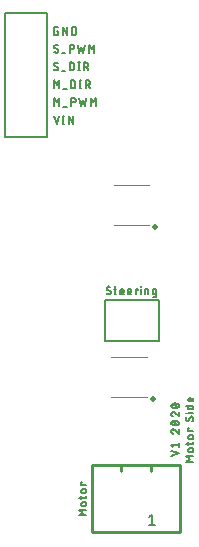
<source format=gbr>
G04 EAGLE Gerber RS-274X export*
G75*
%MOMM*%
%FSLAX34Y34*%
%LPD*%
%INSilkscreen Top*%
%IPPOS*%
%AMOC8*
5,1,8,0,0,1.08239X$1,22.5*%
G01*
%ADD10C,0.152400*%
%ADD11C,0.127000*%
%ADD12C,0.254000*%
%ADD13C,0.500000*%
%ADD14C,0.120000*%


D10*
X140970Y66389D02*
X147574Y68591D01*
X140970Y70792D01*
X142438Y74072D02*
X140970Y75906D01*
X147574Y75906D01*
X147574Y74072D02*
X147574Y77740D01*
X140970Y87306D02*
X140972Y87385D01*
X140977Y87463D01*
X140987Y87541D01*
X141000Y87618D01*
X141017Y87695D01*
X141037Y87771D01*
X141061Y87846D01*
X141088Y87920D01*
X141119Y87992D01*
X141154Y88063D01*
X141191Y88132D01*
X141232Y88199D01*
X141276Y88264D01*
X141323Y88327D01*
X141373Y88387D01*
X141426Y88445D01*
X141482Y88501D01*
X141540Y88554D01*
X141600Y88604D01*
X141663Y88651D01*
X141728Y88695D01*
X141796Y88736D01*
X141864Y88773D01*
X141935Y88808D01*
X142007Y88839D01*
X142081Y88866D01*
X142156Y88890D01*
X142232Y88910D01*
X142309Y88927D01*
X142386Y88940D01*
X142464Y88950D01*
X142542Y88955D01*
X142621Y88957D01*
X140970Y87306D02*
X140972Y87217D01*
X140977Y87128D01*
X140987Y87040D01*
X141000Y86952D01*
X141016Y86865D01*
X141037Y86778D01*
X141061Y86693D01*
X141088Y86608D01*
X141119Y86525D01*
X141154Y86443D01*
X141192Y86362D01*
X141233Y86283D01*
X141277Y86207D01*
X141325Y86131D01*
X141376Y86058D01*
X141429Y85988D01*
X141486Y85919D01*
X141546Y85853D01*
X141608Y85790D01*
X141673Y85729D01*
X141740Y85671D01*
X141810Y85616D01*
X141882Y85563D01*
X141956Y85514D01*
X142032Y85468D01*
X142110Y85426D01*
X142190Y85386D01*
X142271Y85350D01*
X142354Y85317D01*
X142438Y85288D01*
X143905Y88407D02*
X143849Y88463D01*
X143790Y88517D01*
X143729Y88568D01*
X143665Y88617D01*
X143600Y88662D01*
X143532Y88705D01*
X143463Y88744D01*
X143392Y88781D01*
X143319Y88814D01*
X143245Y88843D01*
X143170Y88870D01*
X143094Y88893D01*
X143016Y88912D01*
X142938Y88928D01*
X142860Y88941D01*
X142780Y88950D01*
X142701Y88955D01*
X142621Y88957D01*
X143905Y88407D02*
X147574Y85288D01*
X147574Y88957D01*
X144272Y92604D02*
X144127Y92606D01*
X143982Y92612D01*
X143837Y92621D01*
X143692Y92635D01*
X143548Y92652D01*
X143405Y92674D01*
X143261Y92699D01*
X143119Y92728D01*
X142978Y92760D01*
X142837Y92797D01*
X142698Y92837D01*
X142559Y92881D01*
X142422Y92928D01*
X142286Y92979D01*
X142152Y93034D01*
X142019Y93092D01*
X141887Y93154D01*
X141888Y93153D02*
X141819Y93179D01*
X141752Y93208D01*
X141686Y93241D01*
X141623Y93277D01*
X141561Y93317D01*
X141502Y93360D01*
X141445Y93406D01*
X141391Y93455D01*
X141339Y93507D01*
X141290Y93562D01*
X141245Y93619D01*
X141202Y93679D01*
X141163Y93741D01*
X141127Y93804D01*
X141094Y93870D01*
X141066Y93937D01*
X141040Y94006D01*
X141019Y94076D01*
X141001Y94147D01*
X140988Y94219D01*
X140978Y94292D01*
X140972Y94365D01*
X140970Y94438D01*
X140972Y94511D01*
X140978Y94584D01*
X140988Y94657D01*
X141001Y94729D01*
X141019Y94800D01*
X141040Y94870D01*
X141066Y94938D01*
X141094Y95006D01*
X141127Y95071D01*
X141163Y95135D01*
X141202Y95197D01*
X141244Y95256D01*
X141290Y95313D01*
X141339Y95368D01*
X141390Y95420D01*
X141445Y95469D01*
X141502Y95515D01*
X141561Y95558D01*
X141622Y95598D01*
X141686Y95634D01*
X141751Y95667D01*
X141818Y95696D01*
X141887Y95722D01*
X142019Y95784D01*
X142152Y95842D01*
X142286Y95897D01*
X142422Y95948D01*
X142559Y95995D01*
X142698Y96039D01*
X142837Y96079D01*
X142978Y96116D01*
X143119Y96148D01*
X143261Y96177D01*
X143404Y96202D01*
X143548Y96224D01*
X143692Y96241D01*
X143837Y96255D01*
X143982Y96264D01*
X144127Y96270D01*
X144272Y96272D01*
X144272Y92604D02*
X144417Y92606D01*
X144562Y92612D01*
X144707Y92621D01*
X144852Y92635D01*
X144996Y92652D01*
X145139Y92674D01*
X145283Y92699D01*
X145425Y92728D01*
X145566Y92760D01*
X145707Y92797D01*
X145846Y92837D01*
X145985Y92881D01*
X146122Y92928D01*
X146258Y92979D01*
X146392Y93034D01*
X146525Y93092D01*
X146657Y93154D01*
X146656Y93153D02*
X146725Y93179D01*
X146792Y93208D01*
X146858Y93241D01*
X146921Y93277D01*
X146983Y93317D01*
X147042Y93360D01*
X147099Y93406D01*
X147153Y93455D01*
X147205Y93507D01*
X147254Y93562D01*
X147299Y93619D01*
X147342Y93679D01*
X147381Y93741D01*
X147417Y93804D01*
X147450Y93870D01*
X147478Y93937D01*
X147504Y94006D01*
X147525Y94076D01*
X147543Y94147D01*
X147556Y94219D01*
X147566Y94292D01*
X147572Y94365D01*
X147574Y94438D01*
X146657Y95722D02*
X146525Y95784D01*
X146392Y95842D01*
X146258Y95897D01*
X146122Y95948D01*
X145985Y95995D01*
X145846Y96039D01*
X145707Y96079D01*
X145566Y96116D01*
X145425Y96148D01*
X145283Y96177D01*
X145140Y96202D01*
X144996Y96224D01*
X144852Y96241D01*
X144707Y96255D01*
X144562Y96264D01*
X144417Y96270D01*
X144272Y96272D01*
X146657Y95722D02*
X146726Y95696D01*
X146793Y95667D01*
X146858Y95634D01*
X146922Y95598D01*
X146983Y95558D01*
X147042Y95515D01*
X147099Y95469D01*
X147154Y95420D01*
X147205Y95368D01*
X147254Y95313D01*
X147300Y95256D01*
X147342Y95197D01*
X147381Y95135D01*
X147417Y95071D01*
X147450Y95006D01*
X147478Y94938D01*
X147504Y94870D01*
X147525Y94800D01*
X147543Y94728D01*
X147556Y94657D01*
X147566Y94584D01*
X147572Y94511D01*
X147574Y94438D01*
X146106Y92970D02*
X142438Y95905D01*
X140970Y101936D02*
X140972Y102015D01*
X140977Y102093D01*
X140987Y102171D01*
X141000Y102248D01*
X141017Y102325D01*
X141037Y102401D01*
X141061Y102476D01*
X141088Y102550D01*
X141119Y102622D01*
X141154Y102693D01*
X141191Y102762D01*
X141232Y102829D01*
X141276Y102894D01*
X141323Y102957D01*
X141373Y103017D01*
X141426Y103075D01*
X141482Y103131D01*
X141540Y103184D01*
X141600Y103234D01*
X141663Y103281D01*
X141728Y103325D01*
X141796Y103366D01*
X141864Y103403D01*
X141935Y103438D01*
X142007Y103469D01*
X142081Y103496D01*
X142156Y103520D01*
X142232Y103540D01*
X142309Y103557D01*
X142386Y103570D01*
X142464Y103580D01*
X142542Y103585D01*
X142621Y103587D01*
X140970Y101936D02*
X140972Y101847D01*
X140977Y101758D01*
X140987Y101670D01*
X141000Y101582D01*
X141016Y101495D01*
X141037Y101408D01*
X141061Y101323D01*
X141088Y101238D01*
X141119Y101155D01*
X141154Y101073D01*
X141192Y100992D01*
X141233Y100913D01*
X141277Y100837D01*
X141325Y100761D01*
X141376Y100688D01*
X141429Y100618D01*
X141486Y100549D01*
X141546Y100483D01*
X141608Y100420D01*
X141673Y100359D01*
X141740Y100301D01*
X141810Y100246D01*
X141882Y100193D01*
X141956Y100144D01*
X142032Y100098D01*
X142110Y100056D01*
X142190Y100016D01*
X142271Y99980D01*
X142354Y99947D01*
X142438Y99918D01*
X143905Y103037D02*
X143849Y103093D01*
X143790Y103147D01*
X143729Y103198D01*
X143665Y103247D01*
X143600Y103292D01*
X143532Y103335D01*
X143463Y103374D01*
X143392Y103411D01*
X143319Y103444D01*
X143245Y103473D01*
X143170Y103500D01*
X143094Y103523D01*
X143016Y103542D01*
X142938Y103558D01*
X142860Y103571D01*
X142780Y103580D01*
X142701Y103585D01*
X142621Y103587D01*
X143905Y103037D02*
X147574Y99918D01*
X147574Y103587D01*
X144272Y107234D02*
X144127Y107236D01*
X143982Y107242D01*
X143837Y107251D01*
X143692Y107265D01*
X143548Y107282D01*
X143405Y107304D01*
X143261Y107329D01*
X143119Y107358D01*
X142978Y107390D01*
X142837Y107427D01*
X142698Y107467D01*
X142559Y107511D01*
X142422Y107558D01*
X142286Y107609D01*
X142152Y107664D01*
X142019Y107722D01*
X141887Y107784D01*
X141888Y107783D02*
X141819Y107809D01*
X141752Y107838D01*
X141686Y107871D01*
X141623Y107907D01*
X141561Y107947D01*
X141502Y107990D01*
X141445Y108036D01*
X141391Y108085D01*
X141339Y108137D01*
X141290Y108192D01*
X141245Y108249D01*
X141202Y108309D01*
X141163Y108371D01*
X141127Y108434D01*
X141094Y108500D01*
X141066Y108567D01*
X141040Y108636D01*
X141019Y108706D01*
X141001Y108777D01*
X140988Y108849D01*
X140978Y108922D01*
X140972Y108995D01*
X140970Y109068D01*
X140972Y109141D01*
X140978Y109214D01*
X140988Y109287D01*
X141001Y109359D01*
X141019Y109430D01*
X141040Y109500D01*
X141066Y109568D01*
X141094Y109636D01*
X141127Y109701D01*
X141163Y109765D01*
X141202Y109827D01*
X141244Y109886D01*
X141290Y109943D01*
X141339Y109998D01*
X141390Y110050D01*
X141445Y110099D01*
X141502Y110145D01*
X141561Y110188D01*
X141622Y110228D01*
X141686Y110264D01*
X141751Y110297D01*
X141818Y110326D01*
X141887Y110352D01*
X141887Y110353D02*
X142019Y110415D01*
X142152Y110473D01*
X142286Y110528D01*
X142422Y110579D01*
X142559Y110626D01*
X142698Y110670D01*
X142837Y110710D01*
X142978Y110747D01*
X143119Y110779D01*
X143261Y110808D01*
X143404Y110833D01*
X143548Y110855D01*
X143692Y110872D01*
X143837Y110886D01*
X143982Y110895D01*
X144127Y110901D01*
X144272Y110903D01*
X144272Y107234D02*
X144417Y107236D01*
X144562Y107242D01*
X144707Y107251D01*
X144852Y107265D01*
X144996Y107282D01*
X145139Y107304D01*
X145283Y107329D01*
X145425Y107358D01*
X145566Y107390D01*
X145707Y107427D01*
X145846Y107467D01*
X145985Y107511D01*
X146122Y107558D01*
X146258Y107609D01*
X146392Y107664D01*
X146525Y107722D01*
X146657Y107784D01*
X146656Y107783D02*
X146725Y107809D01*
X146792Y107838D01*
X146858Y107871D01*
X146921Y107907D01*
X146983Y107947D01*
X147042Y107990D01*
X147099Y108036D01*
X147153Y108085D01*
X147205Y108137D01*
X147254Y108192D01*
X147299Y108249D01*
X147342Y108309D01*
X147381Y108371D01*
X147417Y108434D01*
X147450Y108500D01*
X147478Y108567D01*
X147504Y108636D01*
X147525Y108706D01*
X147543Y108777D01*
X147556Y108849D01*
X147566Y108922D01*
X147572Y108995D01*
X147574Y109068D01*
X146657Y110352D02*
X146525Y110414D01*
X146392Y110472D01*
X146258Y110527D01*
X146122Y110578D01*
X145985Y110625D01*
X145846Y110669D01*
X145707Y110709D01*
X145566Y110746D01*
X145425Y110778D01*
X145283Y110807D01*
X145140Y110832D01*
X144996Y110854D01*
X144852Y110871D01*
X144707Y110885D01*
X144562Y110894D01*
X144417Y110900D01*
X144272Y110902D01*
X146657Y110352D02*
X146726Y110326D01*
X146793Y110297D01*
X146858Y110264D01*
X146922Y110228D01*
X146983Y110188D01*
X147042Y110145D01*
X147099Y110099D01*
X147154Y110050D01*
X147205Y109998D01*
X147254Y109943D01*
X147300Y109886D01*
X147342Y109827D01*
X147381Y109765D01*
X147417Y109701D01*
X147450Y109636D01*
X147478Y109568D01*
X147504Y109500D01*
X147525Y109430D01*
X147543Y109358D01*
X147556Y109287D01*
X147566Y109214D01*
X147572Y109141D01*
X147574Y109068D01*
X146106Y107601D02*
X142438Y110536D01*
X153162Y61696D02*
X159766Y61696D01*
X156831Y63897D02*
X153162Y61696D01*
X156831Y63897D02*
X153162Y66099D01*
X159766Y66099D01*
X158298Y69989D02*
X156831Y69989D01*
X156831Y69988D02*
X156755Y69990D01*
X156680Y69996D01*
X156605Y70005D01*
X156531Y70019D01*
X156457Y70036D01*
X156385Y70058D01*
X156313Y70082D01*
X156243Y70111D01*
X156175Y70143D01*
X156108Y70178D01*
X156043Y70217D01*
X155980Y70260D01*
X155920Y70305D01*
X155862Y70353D01*
X155806Y70405D01*
X155754Y70459D01*
X155704Y70516D01*
X155657Y70575D01*
X155613Y70636D01*
X155572Y70700D01*
X155535Y70766D01*
X155501Y70834D01*
X155471Y70903D01*
X155444Y70974D01*
X155421Y71046D01*
X155402Y71119D01*
X155387Y71193D01*
X155375Y71268D01*
X155367Y71343D01*
X155363Y71418D01*
X155363Y71494D01*
X155367Y71569D01*
X155375Y71644D01*
X155387Y71719D01*
X155402Y71793D01*
X155421Y71866D01*
X155444Y71938D01*
X155471Y72009D01*
X155501Y72078D01*
X155535Y72146D01*
X155572Y72212D01*
X155613Y72276D01*
X155657Y72337D01*
X155704Y72396D01*
X155754Y72453D01*
X155806Y72507D01*
X155862Y72559D01*
X155920Y72607D01*
X155980Y72652D01*
X156043Y72695D01*
X156108Y72734D01*
X156175Y72769D01*
X156243Y72801D01*
X156313Y72830D01*
X156385Y72854D01*
X156457Y72876D01*
X156531Y72893D01*
X156605Y72907D01*
X156680Y72916D01*
X156755Y72922D01*
X156831Y72924D01*
X158298Y72924D01*
X158374Y72922D01*
X158449Y72916D01*
X158524Y72907D01*
X158598Y72893D01*
X158672Y72876D01*
X158744Y72854D01*
X158816Y72830D01*
X158886Y72801D01*
X158954Y72769D01*
X159021Y72734D01*
X159086Y72695D01*
X159149Y72652D01*
X159209Y72607D01*
X159267Y72559D01*
X159323Y72507D01*
X159375Y72453D01*
X159425Y72396D01*
X159472Y72337D01*
X159516Y72276D01*
X159557Y72212D01*
X159594Y72146D01*
X159628Y72078D01*
X159658Y72009D01*
X159685Y71938D01*
X159708Y71866D01*
X159727Y71793D01*
X159742Y71719D01*
X159754Y71644D01*
X159762Y71569D01*
X159766Y71494D01*
X159766Y71418D01*
X159762Y71343D01*
X159754Y71268D01*
X159742Y71193D01*
X159727Y71119D01*
X159708Y71046D01*
X159685Y70974D01*
X159658Y70903D01*
X159628Y70834D01*
X159594Y70766D01*
X159557Y70700D01*
X159516Y70636D01*
X159472Y70575D01*
X159425Y70516D01*
X159375Y70459D01*
X159323Y70405D01*
X159267Y70353D01*
X159209Y70305D01*
X159149Y70260D01*
X159086Y70217D01*
X159021Y70178D01*
X158954Y70143D01*
X158886Y70111D01*
X158816Y70082D01*
X158744Y70058D01*
X158672Y70036D01*
X158598Y70019D01*
X158524Y70005D01*
X158449Y69996D01*
X158374Y69990D01*
X158298Y69988D01*
X155363Y75621D02*
X155363Y77823D01*
X153162Y76355D02*
X158665Y76355D01*
X158729Y76357D01*
X158793Y76362D01*
X158856Y76372D01*
X158919Y76385D01*
X158981Y76401D01*
X159042Y76421D01*
X159101Y76445D01*
X159159Y76472D01*
X159216Y76503D01*
X159270Y76536D01*
X159322Y76573D01*
X159373Y76613D01*
X159421Y76655D01*
X159466Y76700D01*
X159508Y76748D01*
X159548Y76799D01*
X159585Y76851D01*
X159619Y76906D01*
X159649Y76962D01*
X159676Y77020D01*
X159700Y77079D01*
X159720Y77140D01*
X159736Y77202D01*
X159749Y77265D01*
X159759Y77328D01*
X159764Y77392D01*
X159766Y77456D01*
X159766Y77823D01*
X158298Y80962D02*
X156831Y80962D01*
X156831Y80961D02*
X156755Y80963D01*
X156680Y80969D01*
X156605Y80978D01*
X156531Y80992D01*
X156457Y81009D01*
X156385Y81031D01*
X156313Y81055D01*
X156243Y81084D01*
X156175Y81116D01*
X156108Y81151D01*
X156043Y81190D01*
X155980Y81233D01*
X155920Y81278D01*
X155862Y81326D01*
X155806Y81378D01*
X155754Y81432D01*
X155704Y81489D01*
X155657Y81548D01*
X155613Y81609D01*
X155572Y81673D01*
X155535Y81739D01*
X155501Y81807D01*
X155471Y81876D01*
X155444Y81947D01*
X155421Y82019D01*
X155402Y82092D01*
X155387Y82166D01*
X155375Y82241D01*
X155367Y82316D01*
X155363Y82391D01*
X155363Y82467D01*
X155367Y82542D01*
X155375Y82617D01*
X155387Y82692D01*
X155402Y82766D01*
X155421Y82839D01*
X155444Y82911D01*
X155471Y82982D01*
X155501Y83051D01*
X155535Y83119D01*
X155572Y83185D01*
X155613Y83249D01*
X155657Y83310D01*
X155704Y83369D01*
X155754Y83426D01*
X155806Y83480D01*
X155862Y83532D01*
X155920Y83580D01*
X155980Y83625D01*
X156043Y83668D01*
X156108Y83707D01*
X156175Y83742D01*
X156243Y83774D01*
X156313Y83803D01*
X156385Y83827D01*
X156457Y83849D01*
X156531Y83866D01*
X156605Y83880D01*
X156680Y83889D01*
X156755Y83895D01*
X156831Y83897D01*
X158298Y83897D01*
X158374Y83895D01*
X158449Y83889D01*
X158524Y83880D01*
X158598Y83866D01*
X158672Y83849D01*
X158744Y83827D01*
X158816Y83803D01*
X158886Y83774D01*
X158954Y83742D01*
X159021Y83707D01*
X159086Y83668D01*
X159149Y83625D01*
X159209Y83580D01*
X159267Y83532D01*
X159323Y83480D01*
X159375Y83426D01*
X159425Y83369D01*
X159472Y83310D01*
X159516Y83249D01*
X159557Y83185D01*
X159594Y83119D01*
X159628Y83051D01*
X159658Y82982D01*
X159685Y82911D01*
X159708Y82839D01*
X159727Y82766D01*
X159742Y82692D01*
X159754Y82617D01*
X159762Y82542D01*
X159766Y82467D01*
X159766Y82391D01*
X159762Y82316D01*
X159754Y82241D01*
X159742Y82166D01*
X159727Y82092D01*
X159708Y82019D01*
X159685Y81947D01*
X159658Y81876D01*
X159628Y81807D01*
X159594Y81739D01*
X159557Y81673D01*
X159516Y81609D01*
X159472Y81548D01*
X159425Y81489D01*
X159375Y81432D01*
X159323Y81378D01*
X159267Y81326D01*
X159209Y81278D01*
X159149Y81233D01*
X159086Y81190D01*
X159021Y81151D01*
X158954Y81116D01*
X158886Y81084D01*
X158816Y81055D01*
X158744Y81031D01*
X158672Y81009D01*
X158598Y80992D01*
X158524Y80978D01*
X158449Y80969D01*
X158374Y80963D01*
X158298Y80961D01*
X159766Y87616D02*
X155363Y87616D01*
X155363Y89818D01*
X156097Y89818D01*
X159766Y98402D02*
X159764Y98476D01*
X159758Y98550D01*
X159749Y98624D01*
X159736Y98697D01*
X159719Y98770D01*
X159699Y98841D01*
X159675Y98912D01*
X159647Y98981D01*
X159616Y99048D01*
X159582Y99114D01*
X159544Y99179D01*
X159503Y99241D01*
X159459Y99301D01*
X159412Y99358D01*
X159362Y99413D01*
X159309Y99466D01*
X159254Y99516D01*
X159197Y99563D01*
X159137Y99607D01*
X159075Y99648D01*
X159010Y99686D01*
X158945Y99720D01*
X158877Y99751D01*
X158808Y99779D01*
X158737Y99803D01*
X158666Y99823D01*
X158594Y99840D01*
X158520Y99853D01*
X158447Y99862D01*
X158372Y99868D01*
X158298Y99870D01*
X159766Y98402D02*
X159764Y98291D01*
X159758Y98180D01*
X159748Y98069D01*
X159734Y97958D01*
X159716Y97849D01*
X159694Y97740D01*
X159669Y97631D01*
X159639Y97524D01*
X159606Y97418D01*
X159568Y97313D01*
X159528Y97210D01*
X159483Y97108D01*
X159435Y97008D01*
X159383Y96909D01*
X159328Y96813D01*
X159269Y96718D01*
X159207Y96626D01*
X159141Y96536D01*
X159073Y96448D01*
X159001Y96363D01*
X158926Y96281D01*
X158849Y96201D01*
X154630Y96384D02*
X154556Y96386D01*
X154481Y96392D01*
X154408Y96401D01*
X154334Y96414D01*
X154262Y96431D01*
X154191Y96451D01*
X154120Y96475D01*
X154051Y96503D01*
X153984Y96534D01*
X153918Y96568D01*
X153853Y96606D01*
X153791Y96647D01*
X153731Y96691D01*
X153674Y96738D01*
X153619Y96788D01*
X153566Y96841D01*
X153516Y96896D01*
X153469Y96953D01*
X153425Y97013D01*
X153384Y97075D01*
X153346Y97140D01*
X153312Y97206D01*
X153281Y97273D01*
X153253Y97342D01*
X153229Y97413D01*
X153209Y97484D01*
X153192Y97556D01*
X153179Y97630D01*
X153170Y97703D01*
X153164Y97778D01*
X153162Y97852D01*
X153164Y97956D01*
X153170Y98060D01*
X153180Y98164D01*
X153193Y98267D01*
X153211Y98370D01*
X153233Y98472D01*
X153258Y98573D01*
X153287Y98673D01*
X153320Y98772D01*
X153357Y98869D01*
X153397Y98965D01*
X153441Y99060D01*
X153489Y99152D01*
X153539Y99243D01*
X153594Y99332D01*
X153652Y99419D01*
X153712Y99503D01*
X155915Y97117D02*
X155876Y97054D01*
X155834Y96994D01*
X155789Y96936D01*
X155741Y96879D01*
X155690Y96826D01*
X155637Y96775D01*
X155582Y96726D01*
X155524Y96681D01*
X155464Y96638D01*
X155402Y96598D01*
X155338Y96562D01*
X155272Y96528D01*
X155204Y96498D01*
X155136Y96471D01*
X155066Y96448D01*
X154995Y96428D01*
X154923Y96412D01*
X154850Y96399D01*
X154777Y96390D01*
X154704Y96385D01*
X154630Y96383D01*
X157013Y99136D02*
X157052Y99199D01*
X157094Y99259D01*
X157139Y99318D01*
X157187Y99374D01*
X157238Y99427D01*
X157291Y99478D01*
X157346Y99527D01*
X157404Y99572D01*
X157464Y99615D01*
X157526Y99655D01*
X157590Y99691D01*
X157656Y99725D01*
X157724Y99755D01*
X157792Y99782D01*
X157862Y99805D01*
X157933Y99825D01*
X158005Y99841D01*
X158078Y99854D01*
X158151Y99863D01*
X158224Y99868D01*
X158298Y99870D01*
X157014Y99136D02*
X155914Y97118D01*
X155363Y102912D02*
X159766Y102912D01*
X153529Y102728D02*
X153162Y102728D01*
X153162Y103095D01*
X153529Y103095D01*
X153529Y102728D01*
X153162Y108949D02*
X159766Y108949D01*
X159766Y107115D01*
X159764Y107051D01*
X159759Y106987D01*
X159749Y106924D01*
X159736Y106861D01*
X159720Y106799D01*
X159700Y106738D01*
X159676Y106679D01*
X159649Y106621D01*
X159618Y106565D01*
X159585Y106510D01*
X159548Y106458D01*
X159508Y106407D01*
X159466Y106359D01*
X159421Y106314D01*
X159373Y106272D01*
X159322Y106232D01*
X159270Y106195D01*
X159216Y106162D01*
X159159Y106131D01*
X159101Y106104D01*
X159042Y106080D01*
X158981Y106060D01*
X158919Y106044D01*
X158856Y106031D01*
X158793Y106021D01*
X158729Y106016D01*
X158665Y106014D01*
X156464Y106014D01*
X156400Y106016D01*
X156336Y106021D01*
X156273Y106031D01*
X156210Y106044D01*
X156148Y106060D01*
X156087Y106080D01*
X156028Y106104D01*
X155970Y106131D01*
X155914Y106162D01*
X155859Y106195D01*
X155807Y106232D01*
X155756Y106272D01*
X155708Y106314D01*
X155663Y106359D01*
X155621Y106407D01*
X155581Y106458D01*
X155544Y106510D01*
X155511Y106565D01*
X155480Y106621D01*
X155453Y106679D01*
X155429Y106738D01*
X155409Y106799D01*
X155393Y106861D01*
X155380Y106924D01*
X155370Y106987D01*
X155365Y107051D01*
X155363Y107115D01*
X155363Y108949D01*
X159766Y113761D02*
X159766Y115596D01*
X159766Y113761D02*
X159764Y113697D01*
X159759Y113633D01*
X159749Y113570D01*
X159736Y113507D01*
X159720Y113445D01*
X159700Y113384D01*
X159676Y113325D01*
X159649Y113267D01*
X159618Y113211D01*
X159585Y113156D01*
X159548Y113104D01*
X159508Y113053D01*
X159466Y113005D01*
X159421Y112960D01*
X159373Y112918D01*
X159322Y112878D01*
X159270Y112841D01*
X159216Y112808D01*
X159159Y112777D01*
X159101Y112750D01*
X159042Y112726D01*
X158981Y112706D01*
X158919Y112690D01*
X158856Y112677D01*
X158793Y112667D01*
X158729Y112662D01*
X158665Y112660D01*
X158665Y112661D02*
X156831Y112661D01*
X156831Y112660D02*
X156755Y112662D01*
X156680Y112668D01*
X156605Y112677D01*
X156531Y112691D01*
X156457Y112708D01*
X156385Y112730D01*
X156313Y112754D01*
X156243Y112783D01*
X156175Y112815D01*
X156108Y112850D01*
X156043Y112889D01*
X155980Y112932D01*
X155920Y112977D01*
X155862Y113025D01*
X155806Y113077D01*
X155754Y113131D01*
X155704Y113188D01*
X155657Y113247D01*
X155613Y113308D01*
X155572Y113372D01*
X155535Y113438D01*
X155501Y113506D01*
X155471Y113575D01*
X155444Y113646D01*
X155421Y113718D01*
X155402Y113791D01*
X155387Y113865D01*
X155375Y113940D01*
X155367Y114015D01*
X155363Y114090D01*
X155363Y114166D01*
X155367Y114241D01*
X155375Y114316D01*
X155387Y114391D01*
X155402Y114465D01*
X155421Y114538D01*
X155444Y114610D01*
X155471Y114681D01*
X155501Y114750D01*
X155535Y114818D01*
X155572Y114884D01*
X155613Y114948D01*
X155657Y115009D01*
X155704Y115068D01*
X155754Y115125D01*
X155806Y115179D01*
X155862Y115231D01*
X155920Y115279D01*
X155980Y115324D01*
X156043Y115367D01*
X156108Y115406D01*
X156175Y115441D01*
X156243Y115473D01*
X156313Y115502D01*
X156385Y115526D01*
X156457Y115548D01*
X156531Y115565D01*
X156605Y115579D01*
X156680Y115588D01*
X156755Y115594D01*
X156831Y115596D01*
X157565Y115596D01*
X157565Y112661D01*
X45071Y426579D02*
X43970Y426579D01*
X45071Y426579D02*
X45071Y422910D01*
X42870Y422910D01*
X42796Y422912D01*
X42721Y422918D01*
X42648Y422927D01*
X42574Y422940D01*
X42502Y422957D01*
X42431Y422977D01*
X42360Y423001D01*
X42291Y423029D01*
X42224Y423060D01*
X42158Y423094D01*
X42093Y423132D01*
X42031Y423173D01*
X41971Y423217D01*
X41914Y423264D01*
X41859Y423314D01*
X41806Y423367D01*
X41756Y423422D01*
X41709Y423479D01*
X41665Y423539D01*
X41624Y423601D01*
X41586Y423666D01*
X41552Y423732D01*
X41521Y423799D01*
X41493Y423868D01*
X41469Y423939D01*
X41449Y424010D01*
X41432Y424082D01*
X41419Y424156D01*
X41410Y424229D01*
X41404Y424304D01*
X41402Y424378D01*
X41402Y428046D01*
X41404Y428120D01*
X41410Y428195D01*
X41419Y428268D01*
X41432Y428342D01*
X41449Y428414D01*
X41469Y428485D01*
X41493Y428556D01*
X41521Y428625D01*
X41552Y428692D01*
X41586Y428758D01*
X41624Y428823D01*
X41665Y428885D01*
X41709Y428945D01*
X41756Y429002D01*
X41806Y429057D01*
X41859Y429110D01*
X41914Y429160D01*
X41971Y429207D01*
X42031Y429251D01*
X42093Y429292D01*
X42158Y429330D01*
X42223Y429364D01*
X42291Y429395D01*
X42360Y429423D01*
X42431Y429447D01*
X42502Y429467D01*
X42574Y429484D01*
X42648Y429497D01*
X42721Y429506D01*
X42796Y429512D01*
X42870Y429514D01*
X45071Y429514D01*
X49205Y429514D02*
X49205Y422910D01*
X52874Y422910D02*
X49205Y429514D01*
X52874Y429514D02*
X52874Y422910D01*
X57008Y422910D02*
X57008Y429514D01*
X58842Y429514D01*
X58927Y429512D01*
X59011Y429506D01*
X59095Y429496D01*
X59179Y429483D01*
X59262Y429465D01*
X59344Y429444D01*
X59425Y429419D01*
X59505Y429390D01*
X59583Y429358D01*
X59659Y429322D01*
X59734Y429282D01*
X59807Y429239D01*
X59878Y429193D01*
X59947Y429144D01*
X60014Y429091D01*
X60078Y429035D01*
X60139Y428977D01*
X60197Y428916D01*
X60253Y428852D01*
X60306Y428785D01*
X60355Y428716D01*
X60401Y428645D01*
X60444Y428572D01*
X60484Y428497D01*
X60520Y428421D01*
X60552Y428343D01*
X60581Y428263D01*
X60606Y428182D01*
X60627Y428100D01*
X60645Y428017D01*
X60658Y427933D01*
X60668Y427849D01*
X60674Y427765D01*
X60676Y427680D01*
X60677Y427680D02*
X60677Y424744D01*
X60676Y424744D02*
X60674Y424659D01*
X60668Y424575D01*
X60658Y424491D01*
X60645Y424407D01*
X60627Y424324D01*
X60606Y424242D01*
X60581Y424161D01*
X60552Y424081D01*
X60520Y424003D01*
X60484Y423927D01*
X60444Y423852D01*
X60401Y423779D01*
X60355Y423708D01*
X60306Y423639D01*
X60253Y423572D01*
X60197Y423508D01*
X60139Y423447D01*
X60078Y423389D01*
X60014Y423333D01*
X59947Y423280D01*
X59878Y423231D01*
X59807Y423185D01*
X59734Y423142D01*
X59659Y423102D01*
X59583Y423066D01*
X59505Y423034D01*
X59425Y423005D01*
X59344Y422980D01*
X59262Y422959D01*
X59179Y422941D01*
X59095Y422928D01*
X59011Y422918D01*
X58927Y422912D01*
X58842Y422910D01*
X57008Y422910D01*
X45325Y409392D02*
X45323Y409318D01*
X45317Y409243D01*
X45308Y409170D01*
X45295Y409096D01*
X45278Y409024D01*
X45258Y408953D01*
X45234Y408882D01*
X45206Y408813D01*
X45175Y408745D01*
X45141Y408680D01*
X45103Y408615D01*
X45062Y408553D01*
X45018Y408493D01*
X44971Y408436D01*
X44921Y408381D01*
X44868Y408328D01*
X44813Y408278D01*
X44756Y408231D01*
X44696Y408187D01*
X44634Y408146D01*
X44569Y408108D01*
X44503Y408074D01*
X44436Y408043D01*
X44367Y408015D01*
X44296Y407991D01*
X44225Y407971D01*
X44152Y407954D01*
X44079Y407941D01*
X44005Y407932D01*
X43931Y407926D01*
X43857Y407924D01*
X43746Y407926D01*
X43635Y407932D01*
X43524Y407942D01*
X43413Y407956D01*
X43304Y407974D01*
X43195Y407996D01*
X43086Y408021D01*
X42979Y408051D01*
X42873Y408084D01*
X42768Y408122D01*
X42665Y408162D01*
X42563Y408207D01*
X42463Y408255D01*
X42364Y408307D01*
X42268Y408362D01*
X42173Y408421D01*
X42081Y408483D01*
X41991Y408549D01*
X41903Y408617D01*
X41818Y408689D01*
X41736Y408764D01*
X41656Y408841D01*
X41839Y413060D02*
X41841Y413134D01*
X41847Y413209D01*
X41856Y413282D01*
X41869Y413356D01*
X41886Y413428D01*
X41906Y413499D01*
X41930Y413570D01*
X41958Y413639D01*
X41989Y413706D01*
X42023Y413772D01*
X42061Y413837D01*
X42102Y413899D01*
X42146Y413959D01*
X42193Y414016D01*
X42243Y414071D01*
X42296Y414124D01*
X42351Y414174D01*
X42408Y414221D01*
X42468Y414265D01*
X42530Y414306D01*
X42595Y414344D01*
X42661Y414378D01*
X42728Y414409D01*
X42797Y414437D01*
X42868Y414461D01*
X42939Y414481D01*
X43011Y414498D01*
X43085Y414511D01*
X43158Y414520D01*
X43233Y414526D01*
X43307Y414528D01*
X43411Y414526D01*
X43515Y414520D01*
X43619Y414510D01*
X43722Y414497D01*
X43825Y414479D01*
X43927Y414457D01*
X44028Y414432D01*
X44128Y414403D01*
X44227Y414370D01*
X44324Y414333D01*
X44420Y414293D01*
X44515Y414249D01*
X44607Y414201D01*
X44698Y414151D01*
X44787Y414096D01*
X44874Y414039D01*
X44958Y413978D01*
X42573Y411775D02*
X42510Y411814D01*
X42450Y411856D01*
X42392Y411901D01*
X42335Y411949D01*
X42282Y412000D01*
X42231Y412053D01*
X42182Y412108D01*
X42137Y412166D01*
X42094Y412226D01*
X42054Y412288D01*
X42018Y412352D01*
X41984Y412418D01*
X41954Y412486D01*
X41927Y412554D01*
X41904Y412624D01*
X41884Y412695D01*
X41868Y412767D01*
X41855Y412840D01*
X41846Y412913D01*
X41841Y412986D01*
X41839Y413060D01*
X44591Y410677D02*
X44654Y410638D01*
X44714Y410596D01*
X44773Y410551D01*
X44829Y410503D01*
X44882Y410452D01*
X44933Y410399D01*
X44982Y410344D01*
X45027Y410286D01*
X45070Y410226D01*
X45110Y410164D01*
X45146Y410100D01*
X45180Y410034D01*
X45210Y409966D01*
X45237Y409898D01*
X45260Y409828D01*
X45280Y409757D01*
X45296Y409685D01*
X45309Y409612D01*
X45318Y409539D01*
X45323Y409466D01*
X45325Y409392D01*
X44591Y410676D02*
X42573Y411776D01*
X48363Y407190D02*
X51298Y407190D01*
X55005Y407924D02*
X55005Y414528D01*
X56839Y414528D01*
X56924Y414526D01*
X57008Y414520D01*
X57092Y414510D01*
X57176Y414497D01*
X57259Y414479D01*
X57341Y414458D01*
X57422Y414433D01*
X57502Y414404D01*
X57580Y414372D01*
X57656Y414336D01*
X57731Y414296D01*
X57804Y414253D01*
X57875Y414207D01*
X57944Y414158D01*
X58011Y414105D01*
X58075Y414049D01*
X58136Y413991D01*
X58194Y413930D01*
X58250Y413866D01*
X58303Y413799D01*
X58352Y413730D01*
X58398Y413659D01*
X58441Y413586D01*
X58481Y413511D01*
X58517Y413435D01*
X58549Y413357D01*
X58578Y413277D01*
X58603Y413196D01*
X58624Y413114D01*
X58642Y413031D01*
X58655Y412947D01*
X58665Y412863D01*
X58671Y412779D01*
X58673Y412694D01*
X58671Y412609D01*
X58665Y412525D01*
X58655Y412441D01*
X58642Y412357D01*
X58624Y412274D01*
X58603Y412192D01*
X58578Y412111D01*
X58549Y412031D01*
X58517Y411953D01*
X58481Y411877D01*
X58441Y411802D01*
X58398Y411729D01*
X58352Y411658D01*
X58303Y411589D01*
X58250Y411522D01*
X58194Y411458D01*
X58136Y411397D01*
X58075Y411339D01*
X58011Y411283D01*
X57944Y411230D01*
X57875Y411181D01*
X57804Y411135D01*
X57731Y411092D01*
X57656Y411052D01*
X57580Y411016D01*
X57502Y410984D01*
X57422Y410955D01*
X57341Y410930D01*
X57259Y410909D01*
X57176Y410891D01*
X57092Y410878D01*
X57008Y410868D01*
X56924Y410862D01*
X56839Y410860D01*
X56839Y410859D02*
X55005Y410859D01*
X61769Y414528D02*
X63237Y407924D01*
X64704Y412327D01*
X66172Y407924D01*
X67640Y414528D01*
X71525Y414528D02*
X71525Y407924D01*
X73727Y410859D02*
X71525Y414528D01*
X73727Y410859D02*
X75928Y414528D01*
X75928Y407924D01*
X45325Y394406D02*
X45323Y394332D01*
X45317Y394257D01*
X45308Y394184D01*
X45295Y394110D01*
X45278Y394038D01*
X45258Y393967D01*
X45234Y393896D01*
X45206Y393827D01*
X45175Y393759D01*
X45141Y393694D01*
X45103Y393629D01*
X45062Y393567D01*
X45018Y393507D01*
X44971Y393450D01*
X44921Y393395D01*
X44868Y393342D01*
X44813Y393292D01*
X44756Y393245D01*
X44696Y393201D01*
X44634Y393160D01*
X44569Y393122D01*
X44503Y393088D01*
X44436Y393057D01*
X44367Y393029D01*
X44296Y393005D01*
X44225Y392985D01*
X44152Y392968D01*
X44079Y392955D01*
X44005Y392946D01*
X43931Y392940D01*
X43857Y392938D01*
X43746Y392940D01*
X43635Y392946D01*
X43524Y392956D01*
X43413Y392970D01*
X43304Y392988D01*
X43195Y393010D01*
X43086Y393035D01*
X42979Y393065D01*
X42873Y393098D01*
X42768Y393136D01*
X42665Y393176D01*
X42563Y393221D01*
X42463Y393269D01*
X42364Y393321D01*
X42268Y393376D01*
X42173Y393435D01*
X42081Y393497D01*
X41991Y393563D01*
X41903Y393631D01*
X41818Y393703D01*
X41736Y393778D01*
X41656Y393855D01*
X41839Y398074D02*
X41841Y398148D01*
X41847Y398223D01*
X41856Y398296D01*
X41869Y398370D01*
X41886Y398442D01*
X41906Y398513D01*
X41930Y398584D01*
X41958Y398653D01*
X41989Y398720D01*
X42023Y398786D01*
X42061Y398851D01*
X42102Y398913D01*
X42146Y398973D01*
X42193Y399030D01*
X42243Y399085D01*
X42296Y399138D01*
X42351Y399188D01*
X42408Y399235D01*
X42468Y399279D01*
X42530Y399320D01*
X42595Y399358D01*
X42661Y399392D01*
X42728Y399423D01*
X42797Y399451D01*
X42868Y399475D01*
X42939Y399495D01*
X43011Y399512D01*
X43085Y399525D01*
X43158Y399534D01*
X43233Y399540D01*
X43307Y399542D01*
X43411Y399540D01*
X43515Y399534D01*
X43619Y399524D01*
X43722Y399511D01*
X43825Y399493D01*
X43927Y399471D01*
X44028Y399446D01*
X44128Y399417D01*
X44227Y399384D01*
X44324Y399347D01*
X44420Y399307D01*
X44515Y399263D01*
X44607Y399215D01*
X44698Y399165D01*
X44787Y399110D01*
X44874Y399053D01*
X44958Y398992D01*
X42573Y396789D02*
X42510Y396828D01*
X42450Y396870D01*
X42392Y396915D01*
X42335Y396963D01*
X42282Y397014D01*
X42231Y397067D01*
X42182Y397122D01*
X42137Y397180D01*
X42094Y397240D01*
X42054Y397302D01*
X42018Y397366D01*
X41984Y397432D01*
X41954Y397500D01*
X41927Y397568D01*
X41904Y397638D01*
X41884Y397709D01*
X41868Y397781D01*
X41855Y397854D01*
X41846Y397927D01*
X41841Y398000D01*
X41839Y398074D01*
X44591Y395691D02*
X44654Y395652D01*
X44714Y395610D01*
X44773Y395565D01*
X44829Y395517D01*
X44882Y395466D01*
X44933Y395413D01*
X44982Y395358D01*
X45027Y395300D01*
X45070Y395240D01*
X45110Y395178D01*
X45146Y395114D01*
X45180Y395048D01*
X45210Y394980D01*
X45237Y394912D01*
X45260Y394842D01*
X45280Y394771D01*
X45296Y394699D01*
X45309Y394626D01*
X45318Y394553D01*
X45323Y394480D01*
X45325Y394406D01*
X44591Y395690D02*
X42573Y396790D01*
X48363Y392204D02*
X51298Y392204D01*
X54823Y392938D02*
X54823Y399542D01*
X56658Y399542D01*
X56743Y399540D01*
X56827Y399534D01*
X56911Y399524D01*
X56995Y399511D01*
X57078Y399493D01*
X57160Y399472D01*
X57241Y399447D01*
X57321Y399418D01*
X57399Y399386D01*
X57475Y399350D01*
X57550Y399310D01*
X57623Y399267D01*
X57694Y399221D01*
X57763Y399172D01*
X57830Y399119D01*
X57894Y399063D01*
X57955Y399005D01*
X58013Y398944D01*
X58069Y398880D01*
X58122Y398813D01*
X58171Y398744D01*
X58217Y398673D01*
X58260Y398600D01*
X58300Y398525D01*
X58336Y398449D01*
X58368Y398371D01*
X58397Y398291D01*
X58422Y398210D01*
X58443Y398128D01*
X58461Y398045D01*
X58474Y397961D01*
X58484Y397877D01*
X58490Y397793D01*
X58492Y397708D01*
X58492Y394772D01*
X58490Y394687D01*
X58484Y394603D01*
X58474Y394519D01*
X58461Y394435D01*
X58443Y394352D01*
X58422Y394270D01*
X58397Y394189D01*
X58368Y394109D01*
X58336Y394031D01*
X58300Y393955D01*
X58260Y393880D01*
X58217Y393807D01*
X58171Y393736D01*
X58122Y393667D01*
X58069Y393600D01*
X58013Y393536D01*
X57955Y393475D01*
X57894Y393417D01*
X57830Y393361D01*
X57763Y393308D01*
X57694Y393259D01*
X57623Y393213D01*
X57550Y393170D01*
X57475Y393130D01*
X57399Y393094D01*
X57321Y393062D01*
X57241Y393033D01*
X57160Y393008D01*
X57078Y392987D01*
X56995Y392969D01*
X56911Y392956D01*
X56827Y392946D01*
X56743Y392940D01*
X56658Y392938D01*
X54823Y392938D01*
X62754Y392938D02*
X62754Y399542D01*
X62020Y392938D02*
X63488Y392938D01*
X63488Y399542D02*
X62020Y399542D01*
X67094Y399542D02*
X67094Y392938D01*
X67094Y399542D02*
X68929Y399542D01*
X69014Y399540D01*
X69098Y399534D01*
X69182Y399524D01*
X69266Y399511D01*
X69349Y399493D01*
X69431Y399472D01*
X69512Y399447D01*
X69592Y399418D01*
X69670Y399386D01*
X69746Y399350D01*
X69821Y399310D01*
X69894Y399267D01*
X69965Y399221D01*
X70034Y399172D01*
X70101Y399119D01*
X70165Y399063D01*
X70226Y399005D01*
X70284Y398944D01*
X70340Y398880D01*
X70393Y398813D01*
X70442Y398744D01*
X70488Y398673D01*
X70531Y398600D01*
X70571Y398525D01*
X70607Y398449D01*
X70639Y398371D01*
X70668Y398291D01*
X70693Y398210D01*
X70714Y398128D01*
X70732Y398045D01*
X70745Y397961D01*
X70755Y397877D01*
X70761Y397793D01*
X70763Y397708D01*
X70761Y397623D01*
X70755Y397539D01*
X70745Y397455D01*
X70732Y397371D01*
X70714Y397288D01*
X70693Y397206D01*
X70668Y397125D01*
X70639Y397045D01*
X70607Y396967D01*
X70571Y396891D01*
X70531Y396816D01*
X70488Y396743D01*
X70442Y396672D01*
X70393Y396603D01*
X70340Y396536D01*
X70284Y396472D01*
X70226Y396411D01*
X70165Y396353D01*
X70101Y396297D01*
X70034Y396244D01*
X69965Y396195D01*
X69894Y396149D01*
X69821Y396106D01*
X69746Y396066D01*
X69670Y396030D01*
X69592Y395998D01*
X69512Y395969D01*
X69431Y395944D01*
X69349Y395923D01*
X69266Y395905D01*
X69182Y395892D01*
X69098Y395882D01*
X69014Y395876D01*
X68929Y395874D01*
X68929Y395873D02*
X67094Y395873D01*
X69295Y395873D02*
X70763Y392938D01*
X41656Y384556D02*
X41656Y377952D01*
X43857Y380887D02*
X41656Y384556D01*
X43857Y380887D02*
X46059Y384556D01*
X46059Y377952D01*
X49705Y377218D02*
X52640Y377218D01*
X56166Y377952D02*
X56166Y384556D01*
X58000Y384556D01*
X58085Y384554D01*
X58169Y384548D01*
X58253Y384538D01*
X58337Y384525D01*
X58420Y384507D01*
X58502Y384486D01*
X58583Y384461D01*
X58663Y384432D01*
X58741Y384400D01*
X58817Y384364D01*
X58892Y384324D01*
X58965Y384281D01*
X59036Y384235D01*
X59105Y384186D01*
X59172Y384133D01*
X59236Y384077D01*
X59297Y384019D01*
X59355Y383958D01*
X59411Y383894D01*
X59464Y383827D01*
X59513Y383758D01*
X59559Y383687D01*
X59602Y383614D01*
X59642Y383539D01*
X59678Y383463D01*
X59710Y383385D01*
X59739Y383305D01*
X59764Y383224D01*
X59785Y383142D01*
X59803Y383059D01*
X59816Y382975D01*
X59826Y382891D01*
X59832Y382807D01*
X59834Y382722D01*
X59834Y379786D01*
X59832Y379701D01*
X59826Y379617D01*
X59816Y379533D01*
X59803Y379449D01*
X59785Y379366D01*
X59764Y379284D01*
X59739Y379203D01*
X59710Y379123D01*
X59678Y379045D01*
X59642Y378969D01*
X59602Y378894D01*
X59559Y378821D01*
X59513Y378750D01*
X59464Y378681D01*
X59411Y378614D01*
X59355Y378550D01*
X59297Y378489D01*
X59236Y378431D01*
X59172Y378375D01*
X59105Y378322D01*
X59036Y378273D01*
X58965Y378227D01*
X58892Y378184D01*
X58817Y378144D01*
X58741Y378108D01*
X58663Y378076D01*
X58583Y378047D01*
X58502Y378022D01*
X58420Y378001D01*
X58337Y377983D01*
X58253Y377970D01*
X58169Y377960D01*
X58085Y377954D01*
X58000Y377952D01*
X56166Y377952D01*
X64096Y377952D02*
X64096Y384556D01*
X63362Y377952D02*
X64830Y377952D01*
X64830Y384556D02*
X63362Y384556D01*
X68436Y384556D02*
X68436Y377952D01*
X68436Y384556D02*
X70271Y384556D01*
X70356Y384554D01*
X70440Y384548D01*
X70524Y384538D01*
X70608Y384525D01*
X70691Y384507D01*
X70773Y384486D01*
X70854Y384461D01*
X70934Y384432D01*
X71012Y384400D01*
X71088Y384364D01*
X71163Y384324D01*
X71236Y384281D01*
X71307Y384235D01*
X71376Y384186D01*
X71443Y384133D01*
X71507Y384077D01*
X71568Y384019D01*
X71626Y383958D01*
X71682Y383894D01*
X71735Y383827D01*
X71784Y383758D01*
X71830Y383687D01*
X71873Y383614D01*
X71913Y383539D01*
X71949Y383463D01*
X71981Y383385D01*
X72010Y383305D01*
X72035Y383224D01*
X72056Y383142D01*
X72074Y383059D01*
X72087Y382975D01*
X72097Y382891D01*
X72103Y382807D01*
X72105Y382722D01*
X72103Y382637D01*
X72097Y382553D01*
X72087Y382469D01*
X72074Y382385D01*
X72056Y382302D01*
X72035Y382220D01*
X72010Y382139D01*
X71981Y382059D01*
X71949Y381981D01*
X71913Y381905D01*
X71873Y381830D01*
X71830Y381757D01*
X71784Y381686D01*
X71735Y381617D01*
X71682Y381550D01*
X71626Y381486D01*
X71568Y381425D01*
X71507Y381367D01*
X71443Y381311D01*
X71376Y381258D01*
X71307Y381209D01*
X71236Y381163D01*
X71163Y381120D01*
X71088Y381080D01*
X71012Y381044D01*
X70934Y381012D01*
X70854Y380983D01*
X70773Y380958D01*
X70691Y380937D01*
X70608Y380919D01*
X70524Y380906D01*
X70440Y380896D01*
X70356Y380890D01*
X70271Y380888D01*
X70271Y380887D02*
X68436Y380887D01*
X70638Y380887D02*
X72105Y377952D01*
X41656Y369570D02*
X41656Y362966D01*
X43857Y365901D02*
X41656Y369570D01*
X43857Y365901D02*
X46059Y369570D01*
X46059Y362966D01*
X49705Y362232D02*
X52640Y362232D01*
X56347Y362966D02*
X56347Y369570D01*
X58181Y369570D01*
X58266Y369568D01*
X58350Y369562D01*
X58434Y369552D01*
X58518Y369539D01*
X58601Y369521D01*
X58683Y369500D01*
X58764Y369475D01*
X58844Y369446D01*
X58922Y369414D01*
X58998Y369378D01*
X59073Y369338D01*
X59146Y369295D01*
X59217Y369249D01*
X59286Y369200D01*
X59353Y369147D01*
X59417Y369091D01*
X59478Y369033D01*
X59536Y368972D01*
X59592Y368908D01*
X59645Y368841D01*
X59694Y368772D01*
X59740Y368701D01*
X59783Y368628D01*
X59823Y368553D01*
X59859Y368477D01*
X59891Y368399D01*
X59920Y368319D01*
X59945Y368238D01*
X59966Y368156D01*
X59984Y368073D01*
X59997Y367989D01*
X60007Y367905D01*
X60013Y367821D01*
X60015Y367736D01*
X60013Y367651D01*
X60007Y367567D01*
X59997Y367483D01*
X59984Y367399D01*
X59966Y367316D01*
X59945Y367234D01*
X59920Y367153D01*
X59891Y367073D01*
X59859Y366995D01*
X59823Y366919D01*
X59783Y366844D01*
X59740Y366771D01*
X59694Y366700D01*
X59645Y366631D01*
X59592Y366564D01*
X59536Y366500D01*
X59478Y366439D01*
X59417Y366381D01*
X59353Y366325D01*
X59286Y366272D01*
X59217Y366223D01*
X59146Y366177D01*
X59073Y366134D01*
X58998Y366094D01*
X58922Y366058D01*
X58844Y366026D01*
X58764Y365997D01*
X58683Y365972D01*
X58601Y365951D01*
X58518Y365933D01*
X58434Y365920D01*
X58350Y365910D01*
X58266Y365904D01*
X58181Y365902D01*
X58181Y365901D02*
X56347Y365901D01*
X63112Y369570D02*
X64579Y362966D01*
X66047Y367369D01*
X67514Y362966D01*
X68982Y369570D01*
X72867Y369570D02*
X72867Y362966D01*
X75069Y365901D02*
X72867Y369570D01*
X75069Y365901D02*
X77270Y369570D01*
X77270Y362966D01*
X41656Y354330D02*
X43857Y347726D01*
X46059Y354330D01*
X49709Y354330D02*
X49709Y347726D01*
X48976Y347726D02*
X50443Y347726D01*
X50443Y354330D02*
X48976Y354330D01*
X53971Y354330D02*
X53971Y347726D01*
X57640Y347726D02*
X53971Y354330D01*
X57640Y354330D02*
X57640Y347726D01*
X89811Y204798D02*
X89809Y204724D01*
X89803Y204649D01*
X89794Y204576D01*
X89781Y204502D01*
X89764Y204430D01*
X89744Y204359D01*
X89720Y204288D01*
X89692Y204219D01*
X89661Y204151D01*
X89627Y204086D01*
X89589Y204021D01*
X89548Y203959D01*
X89504Y203899D01*
X89457Y203842D01*
X89407Y203787D01*
X89354Y203734D01*
X89299Y203684D01*
X89242Y203637D01*
X89182Y203593D01*
X89120Y203552D01*
X89055Y203514D01*
X88989Y203480D01*
X88922Y203449D01*
X88853Y203421D01*
X88782Y203397D01*
X88711Y203377D01*
X88638Y203360D01*
X88565Y203347D01*
X88491Y203338D01*
X88417Y203332D01*
X88343Y203330D01*
X88232Y203332D01*
X88121Y203338D01*
X88010Y203348D01*
X87899Y203362D01*
X87790Y203380D01*
X87681Y203402D01*
X87572Y203427D01*
X87465Y203457D01*
X87359Y203490D01*
X87254Y203528D01*
X87151Y203568D01*
X87049Y203613D01*
X86949Y203661D01*
X86850Y203713D01*
X86754Y203768D01*
X86659Y203827D01*
X86567Y203889D01*
X86477Y203955D01*
X86389Y204023D01*
X86304Y204095D01*
X86222Y204170D01*
X86142Y204247D01*
X86324Y208466D02*
X86326Y208540D01*
X86332Y208615D01*
X86341Y208688D01*
X86354Y208762D01*
X86371Y208834D01*
X86391Y208905D01*
X86415Y208976D01*
X86443Y209045D01*
X86474Y209112D01*
X86508Y209178D01*
X86546Y209243D01*
X86587Y209305D01*
X86631Y209365D01*
X86678Y209422D01*
X86728Y209477D01*
X86781Y209530D01*
X86836Y209580D01*
X86893Y209627D01*
X86953Y209671D01*
X87015Y209712D01*
X87080Y209750D01*
X87146Y209784D01*
X87213Y209815D01*
X87282Y209843D01*
X87353Y209867D01*
X87424Y209887D01*
X87496Y209904D01*
X87570Y209917D01*
X87643Y209926D01*
X87718Y209932D01*
X87792Y209934D01*
X87896Y209932D01*
X88000Y209926D01*
X88104Y209916D01*
X88207Y209903D01*
X88310Y209885D01*
X88412Y209863D01*
X88513Y209838D01*
X88613Y209809D01*
X88712Y209776D01*
X88809Y209739D01*
X88905Y209699D01*
X89000Y209655D01*
X89092Y209607D01*
X89183Y209557D01*
X89272Y209502D01*
X89359Y209445D01*
X89443Y209384D01*
X87058Y207181D02*
X86995Y207220D01*
X86935Y207262D01*
X86877Y207307D01*
X86820Y207355D01*
X86767Y207406D01*
X86716Y207459D01*
X86667Y207514D01*
X86622Y207572D01*
X86579Y207632D01*
X86539Y207694D01*
X86503Y207758D01*
X86469Y207824D01*
X86439Y207892D01*
X86412Y207960D01*
X86389Y208030D01*
X86369Y208101D01*
X86353Y208173D01*
X86340Y208246D01*
X86331Y208319D01*
X86326Y208392D01*
X86324Y208466D01*
X89077Y206083D02*
X89140Y206044D01*
X89200Y206002D01*
X89259Y205957D01*
X89315Y205909D01*
X89368Y205858D01*
X89419Y205805D01*
X89468Y205750D01*
X89513Y205692D01*
X89556Y205632D01*
X89596Y205570D01*
X89632Y205506D01*
X89666Y205440D01*
X89696Y205372D01*
X89723Y205304D01*
X89746Y205234D01*
X89766Y205163D01*
X89782Y205091D01*
X89795Y205018D01*
X89804Y204945D01*
X89809Y204872D01*
X89811Y204798D01*
X89076Y206082D02*
X87059Y207182D01*
X92385Y207733D02*
X94586Y207733D01*
X93118Y209934D02*
X93118Y204431D01*
X93120Y204367D01*
X93125Y204303D01*
X93135Y204240D01*
X93148Y204177D01*
X93164Y204115D01*
X93184Y204054D01*
X93208Y203995D01*
X93235Y203937D01*
X93266Y203881D01*
X93299Y203826D01*
X93336Y203774D01*
X93376Y203723D01*
X93418Y203675D01*
X93463Y203630D01*
X93511Y203588D01*
X93562Y203548D01*
X93614Y203511D01*
X93669Y203478D01*
X93725Y203447D01*
X93783Y203420D01*
X93842Y203396D01*
X93903Y203376D01*
X93965Y203360D01*
X94028Y203347D01*
X94091Y203337D01*
X94155Y203332D01*
X94219Y203330D01*
X94586Y203330D01*
X98825Y203330D02*
X100660Y203330D01*
X98825Y203330D02*
X98761Y203332D01*
X98697Y203337D01*
X98634Y203347D01*
X98571Y203360D01*
X98509Y203376D01*
X98448Y203396D01*
X98389Y203420D01*
X98331Y203447D01*
X98275Y203478D01*
X98220Y203511D01*
X98168Y203548D01*
X98117Y203588D01*
X98069Y203630D01*
X98024Y203675D01*
X97982Y203723D01*
X97942Y203774D01*
X97905Y203826D01*
X97872Y203881D01*
X97841Y203937D01*
X97814Y203995D01*
X97790Y204054D01*
X97770Y204115D01*
X97754Y204177D01*
X97741Y204240D01*
X97731Y204303D01*
X97726Y204367D01*
X97724Y204431D01*
X97725Y204431D02*
X97725Y206265D01*
X97724Y206265D02*
X97726Y206341D01*
X97732Y206416D01*
X97741Y206491D01*
X97755Y206565D01*
X97772Y206639D01*
X97794Y206711D01*
X97818Y206783D01*
X97847Y206853D01*
X97879Y206921D01*
X97914Y206988D01*
X97953Y207053D01*
X97996Y207116D01*
X98041Y207176D01*
X98089Y207234D01*
X98141Y207290D01*
X98195Y207342D01*
X98252Y207392D01*
X98311Y207439D01*
X98372Y207483D01*
X98436Y207524D01*
X98502Y207561D01*
X98570Y207595D01*
X98639Y207625D01*
X98710Y207652D01*
X98782Y207675D01*
X98855Y207694D01*
X98929Y207709D01*
X99004Y207721D01*
X99079Y207729D01*
X99154Y207733D01*
X99230Y207733D01*
X99305Y207729D01*
X99380Y207721D01*
X99455Y207709D01*
X99529Y207694D01*
X99602Y207675D01*
X99674Y207652D01*
X99745Y207625D01*
X99814Y207595D01*
X99882Y207561D01*
X99948Y207524D01*
X100012Y207483D01*
X100073Y207439D01*
X100132Y207392D01*
X100189Y207342D01*
X100243Y207290D01*
X100295Y207234D01*
X100343Y207176D01*
X100388Y207116D01*
X100431Y207053D01*
X100470Y206988D01*
X100505Y206921D01*
X100537Y206853D01*
X100566Y206783D01*
X100590Y206711D01*
X100612Y206639D01*
X100629Y206565D01*
X100643Y206491D01*
X100652Y206416D01*
X100658Y206341D01*
X100660Y206265D01*
X100660Y205531D01*
X97725Y205531D01*
X105165Y203330D02*
X107000Y203330D01*
X105165Y203330D02*
X105101Y203332D01*
X105037Y203337D01*
X104974Y203347D01*
X104911Y203360D01*
X104849Y203376D01*
X104788Y203396D01*
X104729Y203420D01*
X104671Y203447D01*
X104615Y203478D01*
X104560Y203511D01*
X104508Y203548D01*
X104457Y203588D01*
X104409Y203630D01*
X104364Y203675D01*
X104322Y203723D01*
X104282Y203774D01*
X104245Y203826D01*
X104212Y203881D01*
X104181Y203937D01*
X104154Y203995D01*
X104130Y204054D01*
X104110Y204115D01*
X104094Y204177D01*
X104081Y204240D01*
X104071Y204303D01*
X104066Y204367D01*
X104064Y204431D01*
X104065Y204431D02*
X104065Y206265D01*
X104064Y206265D02*
X104066Y206341D01*
X104072Y206416D01*
X104081Y206491D01*
X104095Y206565D01*
X104112Y206639D01*
X104134Y206711D01*
X104158Y206783D01*
X104187Y206853D01*
X104219Y206921D01*
X104254Y206988D01*
X104293Y207053D01*
X104336Y207116D01*
X104381Y207176D01*
X104429Y207234D01*
X104481Y207290D01*
X104535Y207342D01*
X104592Y207392D01*
X104651Y207439D01*
X104712Y207483D01*
X104776Y207524D01*
X104842Y207561D01*
X104910Y207595D01*
X104979Y207625D01*
X105050Y207652D01*
X105122Y207675D01*
X105195Y207694D01*
X105269Y207709D01*
X105344Y207721D01*
X105419Y207729D01*
X105494Y207733D01*
X105570Y207733D01*
X105645Y207729D01*
X105720Y207721D01*
X105795Y207709D01*
X105869Y207694D01*
X105942Y207675D01*
X106014Y207652D01*
X106085Y207625D01*
X106154Y207595D01*
X106222Y207561D01*
X106288Y207524D01*
X106352Y207483D01*
X106413Y207439D01*
X106472Y207392D01*
X106529Y207342D01*
X106583Y207290D01*
X106635Y207234D01*
X106683Y207176D01*
X106728Y207116D01*
X106771Y207053D01*
X106810Y206988D01*
X106845Y206921D01*
X106877Y206853D01*
X106906Y206783D01*
X106930Y206711D01*
X106952Y206639D01*
X106969Y206565D01*
X106983Y206491D01*
X106992Y206416D01*
X106998Y206341D01*
X107000Y206265D01*
X107000Y205531D01*
X104065Y205531D01*
X110719Y203330D02*
X110719Y207733D01*
X112921Y207733D01*
X112921Y206999D01*
X115286Y207733D02*
X115286Y203330D01*
X115102Y209567D02*
X115102Y209934D01*
X115469Y209934D01*
X115469Y209567D01*
X115102Y209567D01*
X118695Y207733D02*
X118695Y203330D01*
X118695Y207733D02*
X120529Y207733D01*
X120593Y207731D01*
X120657Y207726D01*
X120720Y207716D01*
X120783Y207703D01*
X120845Y207687D01*
X120906Y207667D01*
X120965Y207643D01*
X121023Y207616D01*
X121080Y207585D01*
X121134Y207552D01*
X121186Y207515D01*
X121237Y207475D01*
X121285Y207433D01*
X121330Y207388D01*
X121372Y207340D01*
X121412Y207289D01*
X121449Y207237D01*
X121482Y207183D01*
X121513Y207126D01*
X121540Y207068D01*
X121564Y207009D01*
X121584Y206948D01*
X121600Y206886D01*
X121613Y206823D01*
X121623Y206760D01*
X121628Y206696D01*
X121630Y206632D01*
X121630Y203330D01*
X126316Y203330D02*
X128151Y203330D01*
X126316Y203330D02*
X126252Y203332D01*
X126188Y203337D01*
X126125Y203347D01*
X126062Y203360D01*
X126000Y203376D01*
X125939Y203396D01*
X125880Y203420D01*
X125822Y203447D01*
X125766Y203478D01*
X125711Y203511D01*
X125659Y203548D01*
X125608Y203588D01*
X125560Y203630D01*
X125515Y203675D01*
X125473Y203723D01*
X125433Y203774D01*
X125396Y203826D01*
X125363Y203881D01*
X125332Y203937D01*
X125305Y203995D01*
X125281Y204054D01*
X125261Y204115D01*
X125245Y204177D01*
X125232Y204240D01*
X125222Y204303D01*
X125217Y204367D01*
X125215Y204431D01*
X125216Y204431D02*
X125216Y206632D01*
X125215Y206632D02*
X125217Y206696D01*
X125222Y206760D01*
X125232Y206823D01*
X125245Y206886D01*
X125261Y206948D01*
X125281Y207009D01*
X125305Y207068D01*
X125332Y207126D01*
X125363Y207183D01*
X125396Y207237D01*
X125433Y207289D01*
X125473Y207340D01*
X125515Y207388D01*
X125560Y207433D01*
X125608Y207475D01*
X125659Y207515D01*
X125711Y207552D01*
X125766Y207586D01*
X125822Y207616D01*
X125880Y207643D01*
X125939Y207667D01*
X126000Y207687D01*
X126062Y207703D01*
X126125Y207716D01*
X126188Y207726D01*
X126252Y207731D01*
X126316Y207733D01*
X128151Y207733D01*
X128151Y202229D01*
X128149Y202165D01*
X128144Y202101D01*
X128134Y202038D01*
X128121Y201975D01*
X128105Y201913D01*
X128085Y201852D01*
X128061Y201793D01*
X128034Y201735D01*
X128003Y201679D01*
X127970Y201624D01*
X127933Y201572D01*
X127893Y201521D01*
X127851Y201473D01*
X127806Y201428D01*
X127758Y201386D01*
X127707Y201346D01*
X127655Y201309D01*
X127601Y201276D01*
X127544Y201245D01*
X127486Y201218D01*
X127427Y201194D01*
X127366Y201174D01*
X127304Y201158D01*
X127241Y201145D01*
X127178Y201135D01*
X127114Y201130D01*
X127050Y201128D01*
X127050Y201129D02*
X125582Y201129D01*
X69170Y16085D02*
X62566Y16085D01*
X66235Y18287D01*
X62566Y20488D01*
X69170Y20488D01*
X67702Y24378D02*
X66235Y24378D01*
X66159Y24380D01*
X66084Y24386D01*
X66009Y24395D01*
X65935Y24409D01*
X65861Y24426D01*
X65789Y24448D01*
X65717Y24472D01*
X65647Y24501D01*
X65579Y24533D01*
X65512Y24568D01*
X65447Y24607D01*
X65384Y24650D01*
X65324Y24695D01*
X65266Y24743D01*
X65210Y24795D01*
X65158Y24849D01*
X65108Y24906D01*
X65061Y24965D01*
X65017Y25026D01*
X64976Y25090D01*
X64939Y25156D01*
X64905Y25224D01*
X64875Y25293D01*
X64848Y25364D01*
X64825Y25436D01*
X64806Y25509D01*
X64791Y25583D01*
X64779Y25658D01*
X64771Y25733D01*
X64767Y25808D01*
X64767Y25884D01*
X64771Y25959D01*
X64779Y26034D01*
X64791Y26109D01*
X64806Y26183D01*
X64825Y26256D01*
X64848Y26328D01*
X64875Y26399D01*
X64905Y26468D01*
X64939Y26536D01*
X64976Y26602D01*
X65017Y26666D01*
X65061Y26727D01*
X65108Y26786D01*
X65158Y26843D01*
X65210Y26897D01*
X65266Y26949D01*
X65324Y26997D01*
X65384Y27042D01*
X65447Y27085D01*
X65512Y27124D01*
X65579Y27159D01*
X65647Y27191D01*
X65717Y27220D01*
X65789Y27244D01*
X65861Y27266D01*
X65935Y27283D01*
X66009Y27297D01*
X66084Y27306D01*
X66159Y27312D01*
X66235Y27314D01*
X66235Y27313D02*
X67702Y27313D01*
X67702Y27314D02*
X67778Y27312D01*
X67853Y27306D01*
X67928Y27297D01*
X68002Y27283D01*
X68076Y27266D01*
X68148Y27244D01*
X68220Y27220D01*
X68290Y27191D01*
X68358Y27159D01*
X68425Y27124D01*
X68490Y27085D01*
X68553Y27042D01*
X68613Y26997D01*
X68671Y26949D01*
X68727Y26897D01*
X68779Y26843D01*
X68829Y26786D01*
X68876Y26727D01*
X68920Y26666D01*
X68961Y26602D01*
X68998Y26536D01*
X69032Y26468D01*
X69062Y26399D01*
X69089Y26328D01*
X69112Y26256D01*
X69131Y26183D01*
X69146Y26109D01*
X69158Y26034D01*
X69166Y25959D01*
X69170Y25884D01*
X69170Y25808D01*
X69166Y25733D01*
X69158Y25658D01*
X69146Y25583D01*
X69131Y25509D01*
X69112Y25436D01*
X69089Y25364D01*
X69062Y25293D01*
X69032Y25224D01*
X68998Y25156D01*
X68961Y25090D01*
X68920Y25026D01*
X68876Y24965D01*
X68829Y24906D01*
X68779Y24849D01*
X68727Y24795D01*
X68671Y24743D01*
X68613Y24695D01*
X68553Y24650D01*
X68490Y24607D01*
X68425Y24568D01*
X68358Y24533D01*
X68290Y24501D01*
X68220Y24472D01*
X68148Y24448D01*
X68076Y24426D01*
X68002Y24409D01*
X67928Y24395D01*
X67853Y24386D01*
X67778Y24380D01*
X67702Y24378D01*
X64767Y30011D02*
X64767Y32212D01*
X62566Y30744D02*
X68069Y30744D01*
X68133Y30746D01*
X68197Y30751D01*
X68260Y30761D01*
X68323Y30774D01*
X68385Y30790D01*
X68446Y30810D01*
X68505Y30834D01*
X68563Y30861D01*
X68620Y30892D01*
X68674Y30925D01*
X68726Y30962D01*
X68777Y31002D01*
X68825Y31044D01*
X68870Y31089D01*
X68912Y31137D01*
X68952Y31188D01*
X68989Y31240D01*
X69023Y31295D01*
X69053Y31351D01*
X69080Y31409D01*
X69104Y31468D01*
X69124Y31529D01*
X69140Y31591D01*
X69153Y31654D01*
X69163Y31717D01*
X69168Y31781D01*
X69170Y31845D01*
X69170Y32212D01*
X67702Y35351D02*
X66235Y35351D01*
X66235Y35350D02*
X66159Y35352D01*
X66084Y35358D01*
X66009Y35367D01*
X65935Y35381D01*
X65861Y35398D01*
X65789Y35420D01*
X65717Y35444D01*
X65647Y35473D01*
X65579Y35505D01*
X65512Y35540D01*
X65447Y35579D01*
X65384Y35622D01*
X65324Y35667D01*
X65266Y35715D01*
X65210Y35767D01*
X65158Y35821D01*
X65108Y35878D01*
X65061Y35937D01*
X65017Y35998D01*
X64976Y36062D01*
X64939Y36128D01*
X64905Y36196D01*
X64875Y36265D01*
X64848Y36336D01*
X64825Y36408D01*
X64806Y36481D01*
X64791Y36555D01*
X64779Y36630D01*
X64771Y36705D01*
X64767Y36780D01*
X64767Y36856D01*
X64771Y36931D01*
X64779Y37006D01*
X64791Y37081D01*
X64806Y37155D01*
X64825Y37228D01*
X64848Y37300D01*
X64875Y37371D01*
X64905Y37440D01*
X64939Y37508D01*
X64976Y37574D01*
X65017Y37638D01*
X65061Y37699D01*
X65108Y37758D01*
X65158Y37815D01*
X65210Y37869D01*
X65266Y37921D01*
X65324Y37969D01*
X65384Y38014D01*
X65447Y38057D01*
X65512Y38096D01*
X65579Y38131D01*
X65647Y38163D01*
X65717Y38192D01*
X65789Y38216D01*
X65861Y38238D01*
X65935Y38255D01*
X66009Y38269D01*
X66084Y38278D01*
X66159Y38284D01*
X66235Y38286D01*
X67702Y38286D01*
X67778Y38284D01*
X67853Y38278D01*
X67928Y38269D01*
X68002Y38255D01*
X68076Y38238D01*
X68148Y38216D01*
X68220Y38192D01*
X68290Y38163D01*
X68358Y38131D01*
X68425Y38096D01*
X68490Y38057D01*
X68553Y38014D01*
X68613Y37969D01*
X68671Y37921D01*
X68727Y37869D01*
X68779Y37815D01*
X68829Y37758D01*
X68876Y37699D01*
X68920Y37638D01*
X68961Y37574D01*
X68998Y37508D01*
X69032Y37440D01*
X69062Y37371D01*
X69089Y37300D01*
X69112Y37228D01*
X69131Y37155D01*
X69146Y37081D01*
X69158Y37006D01*
X69166Y36931D01*
X69170Y36856D01*
X69170Y36780D01*
X69166Y36705D01*
X69158Y36630D01*
X69146Y36555D01*
X69131Y36481D01*
X69112Y36408D01*
X69089Y36336D01*
X69062Y36265D01*
X69032Y36196D01*
X68998Y36128D01*
X68961Y36062D01*
X68920Y35998D01*
X68876Y35937D01*
X68829Y35878D01*
X68779Y35821D01*
X68727Y35767D01*
X68671Y35715D01*
X68613Y35667D01*
X68553Y35622D01*
X68490Y35579D01*
X68425Y35540D01*
X68358Y35505D01*
X68290Y35473D01*
X68220Y35444D01*
X68148Y35420D01*
X68076Y35398D01*
X68002Y35381D01*
X67928Y35367D01*
X67853Y35358D01*
X67778Y35352D01*
X67702Y35350D01*
X69170Y42006D02*
X64767Y42006D01*
X64767Y44207D01*
X65501Y44207D01*
D11*
X614Y336120D02*
X614Y441120D01*
X614Y336120D02*
X35614Y336120D01*
X35614Y441120D01*
X614Y441120D01*
D12*
X74252Y59133D02*
X74252Y1633D01*
X148252Y1633D01*
X148252Y59133D01*
X74252Y59133D01*
X123952Y58558D02*
X123952Y53558D01*
X98552Y53558D02*
X98552Y58558D01*
D10*
X124766Y16671D02*
X122367Y14752D01*
X124766Y16671D02*
X124766Y8035D01*
X122367Y8035D02*
X127165Y8035D01*
D13*
X125372Y114597D03*
D14*
X120332Y116497D02*
X90332Y116497D01*
X90332Y150595D02*
X120332Y150595D01*
D13*
X127228Y259943D03*
D14*
X122188Y261843D02*
X92188Y261843D01*
X92188Y295941D02*
X122188Y295941D01*
D11*
X130196Y163428D02*
X85196Y163428D01*
X130196Y163428D02*
X130196Y198428D01*
X85196Y198428D01*
X85196Y163428D01*
M02*

</source>
